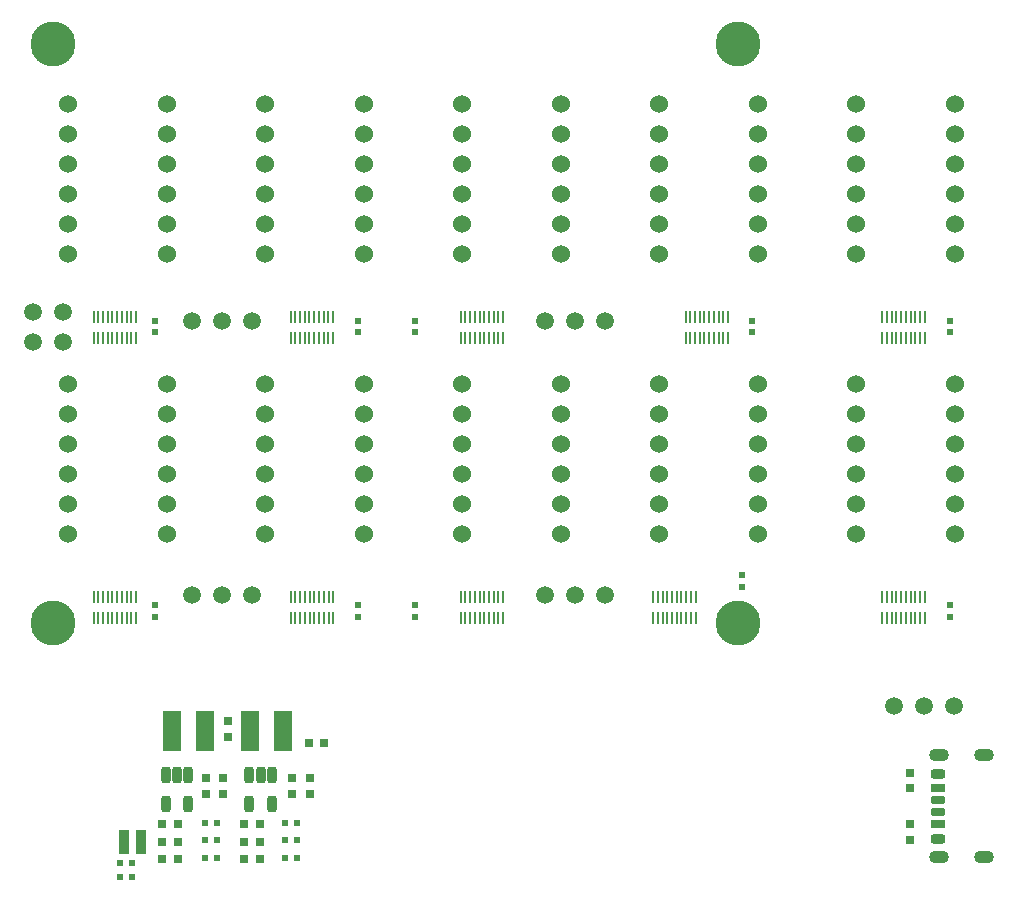
<source format=gbr>
%TF.GenerationSoftware,KiCad,Pcbnew,8.0.1*%
%TF.CreationDate,2025-04-10T18:27:20+05:30*%
%TF.ProjectId,GPIO HAT 2,4750494f-2048-4415-9420-322e6b696361,rev?*%
%TF.SameCoordinates,Original*%
%TF.FileFunction,Soldermask,Top*%
%TF.FilePolarity,Negative*%
%FSLAX46Y46*%
G04 Gerber Fmt 4.6, Leading zero omitted, Abs format (unit mm)*
G04 Created by KiCad (PCBNEW 8.0.1) date 2025-04-10 18:27:20*
%MOMM*%
%LPD*%
G01*
G04 APERTURE LIST*
G04 Aperture macros list*
%AMRoundRect*
0 Rectangle with rounded corners*
0 $1 Rounding radius*
0 $2 $3 $4 $5 $6 $7 $8 $9 X,Y pos of 4 corners*
0 Add a 4 corners polygon primitive as box body*
4,1,4,$2,$3,$4,$5,$6,$7,$8,$9,$2,$3,0*
0 Add four circle primitives for the rounded corners*
1,1,$1+$1,$2,$3*
1,1,$1+$1,$4,$5*
1,1,$1+$1,$6,$7*
1,1,$1+$1,$8,$9*
0 Add four rect primitives between the rounded corners*
20,1,$1+$1,$2,$3,$4,$5,0*
20,1,$1+$1,$4,$5,$6,$7,0*
20,1,$1+$1,$6,$7,$8,$9,0*
20,1,$1+$1,$8,$9,$2,$3,0*%
G04 Aperture macros list end*
%ADD10C,0.010000*%
%ADD11R,0.600000X0.500000*%
%ADD12R,0.762000X0.762000*%
%ADD13R,0.500000X0.600000*%
%ADD14R,0.200000X1.000000*%
%ADD15C,1.524000*%
%ADD16C,1.500000*%
%ADD17C,3.810000*%
%ADD18R,1.600000X3.499990*%
%ADD19RoundRect,0.198500X-0.198500X0.508500X-0.198500X-0.508500X0.198500X-0.508500X0.198500X0.508500X0*%
%ADD20RoundRect,0.175000X0.425000X-0.175000X0.425000X0.175000X-0.425000X0.175000X-0.425000X-0.175000X0*%
%ADD21RoundRect,0.190000X-0.410000X0.190000X-0.410000X-0.190000X0.410000X-0.190000X0.410000X0.190000X0*%
%ADD22RoundRect,0.200000X-0.400000X0.200000X-0.400000X-0.200000X0.400000X-0.200000X0.400000X0.200000X0*%
%ADD23RoundRect,0.175000X-0.425000X0.175000X-0.425000X-0.175000X0.425000X-0.175000X0.425000X0.175000X0*%
%ADD24RoundRect,0.190000X0.410000X-0.190000X0.410000X0.190000X-0.410000X0.190000X-0.410000X-0.190000X0*%
%ADD25RoundRect,0.200000X0.400000X-0.200000X0.400000X0.200000X-0.400000X0.200000X-0.400000X-0.200000X0*%
%ADD26O,1.700000X1.100000*%
G04 APERTURE END LIST*
D10*
%TO.C,U13*%
X165679100Y-132164900D02*
X164919100Y-132164900D01*
X164919100Y-131744900D01*
X165679100Y-131744900D01*
X165679100Y-132164900D01*
G36*
X165679100Y-132164900D02*
G01*
X164919100Y-132164900D01*
X164919100Y-131744900D01*
X165679100Y-131744900D01*
X165679100Y-132164900D01*
G37*
X165679100Y-132664900D02*
X164919100Y-132664900D01*
X164919100Y-132244900D01*
X165679100Y-132244900D01*
X165679100Y-132664900D01*
G36*
X165679100Y-132664900D02*
G01*
X164919100Y-132664900D01*
X164919100Y-132244900D01*
X165679100Y-132244900D01*
X165679100Y-132664900D01*
G37*
X165679100Y-133164900D02*
X164919100Y-133164900D01*
X164919100Y-132744900D01*
X165679100Y-132744900D01*
X165679100Y-133164900D01*
G36*
X165679100Y-133164900D02*
G01*
X164919100Y-133164900D01*
X164919100Y-132744900D01*
X165679100Y-132744900D01*
X165679100Y-133164900D01*
G37*
X165679100Y-133664900D02*
X164919100Y-133664900D01*
X164919100Y-133244900D01*
X165679100Y-133244900D01*
X165679100Y-133664900D01*
G36*
X165679100Y-133664900D02*
G01*
X164919100Y-133664900D01*
X164919100Y-133244900D01*
X165679100Y-133244900D01*
X165679100Y-133664900D01*
G37*
X167149100Y-132164900D02*
X166389100Y-132164900D01*
X166389100Y-131744900D01*
X167149100Y-131744900D01*
X167149100Y-132164900D01*
G36*
X167149100Y-132164900D02*
G01*
X166389100Y-132164900D01*
X166389100Y-131744900D01*
X167149100Y-131744900D01*
X167149100Y-132164900D01*
G37*
X167149100Y-132664900D02*
X166389100Y-132664900D01*
X166389100Y-132244900D01*
X167149100Y-132244900D01*
X167149100Y-132664900D01*
G36*
X167149100Y-132664900D02*
G01*
X166389100Y-132664900D01*
X166389100Y-132244900D01*
X167149100Y-132244900D01*
X167149100Y-132664900D01*
G37*
X167149100Y-133164900D02*
X166389100Y-133164900D01*
X166389100Y-132744900D01*
X167149100Y-132744900D01*
X167149100Y-133164900D01*
G36*
X167149100Y-133164900D02*
G01*
X166389100Y-133164900D01*
X166389100Y-132744900D01*
X167149100Y-132744900D01*
X167149100Y-133164900D01*
G37*
X167149100Y-133664900D02*
X166389100Y-133664900D01*
X166389100Y-133244900D01*
X167149100Y-133244900D01*
X167149100Y-133664900D01*
G36*
X167149100Y-133664900D02*
G01*
X166389100Y-133664900D01*
X166389100Y-133244900D01*
X167149100Y-133244900D01*
X167149100Y-133664900D01*
G37*
%TD*%
D11*
%TO.C,R17*%
X235313800Y-112674400D03*
X235313800Y-113674400D03*
%TD*%
D12*
%TO.C,C6*%
X172282240Y-127308200D03*
X172282240Y-128642210D03*
%TD*%
D13*
%TO.C,R7*%
X179029240Y-134077810D03*
X180029240Y-134077810D03*
%TD*%
%TO.C,R4*%
X165043500Y-134533700D03*
X166043500Y-134533700D03*
%TD*%
D14*
%TO.C,U2*%
X183079800Y-88293800D03*
X182679800Y-88293800D03*
X182279800Y-88293800D03*
X181879800Y-88293800D03*
X181479800Y-88293800D03*
X181079800Y-88293800D03*
X180679800Y-88293800D03*
X180279800Y-88293800D03*
X179879800Y-88293800D03*
X179479800Y-88293800D03*
X179479800Y-90093800D03*
X179879800Y-90093800D03*
X180279800Y-90093800D03*
X180679800Y-90093800D03*
X181079800Y-90093800D03*
X181479800Y-90093800D03*
X181879800Y-90093800D03*
X182279800Y-90093800D03*
X182679800Y-90093800D03*
X183079800Y-90093800D03*
%TD*%
D13*
%TO.C,R1*%
X173262800Y-132588000D03*
X172262800Y-132588000D03*
%TD*%
D12*
%TO.C,C9*%
X231937173Y-131231865D03*
X231937173Y-132565875D03*
%TD*%
D14*
%TO.C,U9*%
X213779000Y-111966600D03*
X213379000Y-111966600D03*
X212979000Y-111966600D03*
X212579000Y-111966600D03*
X212179000Y-111966600D03*
X211779000Y-111966600D03*
X211379000Y-111966600D03*
X210979000Y-111966600D03*
X210579000Y-111966600D03*
X210179000Y-111966600D03*
X210179000Y-113766600D03*
X210579000Y-113766600D03*
X210979000Y-113766600D03*
X211379000Y-113766600D03*
X211779000Y-113766600D03*
X212179000Y-113766600D03*
X212579000Y-113766600D03*
X212979000Y-113766600D03*
X213379000Y-113766600D03*
X213779000Y-113766600D03*
%TD*%
D13*
%TO.C,C10*%
X166043500Y-135693500D03*
X165043500Y-135693500D03*
%TD*%
D15*
%TO.C,J17*%
X227380304Y-70256400D03*
X227380304Y-72796400D03*
X227380304Y-75336400D03*
X227380304Y-77876400D03*
X227380304Y-80416400D03*
X227380304Y-82956400D03*
%TD*%
D11*
%TO.C,R14*%
X185178700Y-89585800D03*
X185178700Y-88585800D03*
%TD*%
D16*
%TO.C,JM1*%
X171094400Y-88595200D03*
X173634400Y-88595200D03*
X176174400Y-88595200D03*
%TD*%
D15*
%TO.C,J7*%
X177325376Y-70256400D03*
X177325376Y-72796400D03*
X177325376Y-75336400D03*
X177325376Y-77876400D03*
X177325376Y-80416400D03*
X177325376Y-82956400D03*
%TD*%
%TO.C,J1*%
X160640400Y-93929200D03*
X160640400Y-96469200D03*
X160640400Y-99009200D03*
X160640400Y-101549200D03*
X160640400Y-104089200D03*
X160640400Y-106629200D03*
%TD*%
D12*
%TO.C,C18*%
X181011110Y-124309385D03*
X182345120Y-124309385D03*
%TD*%
%TO.C,C17*%
X179625350Y-127308200D03*
X179625350Y-128642210D03*
%TD*%
%TO.C,C3*%
X168596910Y-131197570D03*
X169930920Y-131197570D03*
%TD*%
D15*
%TO.C,J19*%
X227380304Y-93929200D03*
X227380304Y-96469200D03*
X227380304Y-99009200D03*
X227380304Y-101549200D03*
X227380304Y-104089200D03*
X227380304Y-106629200D03*
%TD*%
D14*
%TO.C,U8*%
X197478400Y-111966600D03*
X197078400Y-111966600D03*
X196678400Y-111966600D03*
X196278400Y-111966600D03*
X195878400Y-111966600D03*
X195478400Y-111966600D03*
X195078400Y-111966600D03*
X194678400Y-111966600D03*
X194278400Y-111966600D03*
X193878400Y-111966600D03*
X193878400Y-113766600D03*
X194278400Y-113766600D03*
X194678400Y-113766600D03*
X195078400Y-113766600D03*
X195478400Y-113766600D03*
X195878400Y-113766600D03*
X196278400Y-113766600D03*
X196678400Y-113766600D03*
X197078400Y-113766600D03*
X197478400Y-113766600D03*
%TD*%
D11*
%TO.C,R8*%
X167970200Y-112674400D03*
X167970200Y-113674400D03*
%TD*%
D13*
%TO.C,C4*%
X173262800Y-131165600D03*
X172262800Y-131165600D03*
%TD*%
D17*
%TO.C,REF\u002A\u002A*%
X217347800Y-65176400D03*
%TD*%
%TO.C,REF\u002A\u002A*%
X159385000Y-114198400D03*
%TD*%
D15*
%TO.C,J14*%
X219037816Y-70256400D03*
X219037816Y-72796400D03*
X219037816Y-75336400D03*
X219037816Y-77876400D03*
X219037816Y-80416400D03*
X219037816Y-82956400D03*
%TD*%
D14*
%TO.C,U5*%
X233176400Y-88293800D03*
X232776400Y-88293800D03*
X232376400Y-88293800D03*
X231976400Y-88293800D03*
X231576400Y-88293800D03*
X231176400Y-88293800D03*
X230776400Y-88293800D03*
X230376400Y-88293800D03*
X229976400Y-88293800D03*
X229576400Y-88293800D03*
X229576400Y-90093800D03*
X229976400Y-90093800D03*
X230376400Y-90093800D03*
X230776400Y-90093800D03*
X231176400Y-90093800D03*
X231576400Y-90093800D03*
X231976400Y-90093800D03*
X232376400Y-90093800D03*
X232776400Y-90093800D03*
X233176400Y-90093800D03*
%TD*%
D15*
%TO.C,J4*%
X168982888Y-70256400D03*
X168982888Y-72796400D03*
X168982888Y-75336400D03*
X168982888Y-77876400D03*
X168982888Y-80416400D03*
X168982888Y-82956400D03*
%TD*%
D13*
%TO.C,C15*%
X180029240Y-131165600D03*
X179029240Y-131165600D03*
%TD*%
D11*
%TO.C,R16*%
X235313800Y-89585800D03*
X235313800Y-88585800D03*
%TD*%
D15*
%TO.C,J11*%
X194010352Y-70256400D03*
X194010352Y-72796400D03*
X194010352Y-75336400D03*
X194010352Y-77876400D03*
X194010352Y-80416400D03*
X194010352Y-82956400D03*
%TD*%
D11*
%TO.C,R12*%
X218516200Y-89585800D03*
X218516200Y-88585800D03*
%TD*%
D17*
%TO.C,REF\u002A\u002A*%
X217347800Y-114198400D03*
%TD*%
D12*
%TO.C,C1*%
X168596910Y-134194685D03*
X169930920Y-134194685D03*
%TD*%
D15*
%TO.C,J18*%
X235722800Y-70256400D03*
X235722800Y-72796400D03*
X235722800Y-75336400D03*
X235722800Y-77876400D03*
X235722800Y-80416400D03*
X235722800Y-82956400D03*
%TD*%
D12*
%TO.C,C8*%
X231913353Y-128202310D03*
X231913353Y-126868300D03*
%TD*%
D18*
%TO.C,L1*%
X169434440Y-123366015D03*
X172234440Y-123366015D03*
%TD*%
D16*
%TO.C,J24*%
X157683200Y-87833200D03*
X160223200Y-87833200D03*
X157683200Y-90373200D03*
X160223200Y-90373200D03*
%TD*%
D12*
%TO.C,C5*%
X173780840Y-127309985D03*
X173780840Y-128643995D03*
%TD*%
D14*
%TO.C,U3*%
X197478400Y-88293800D03*
X197078400Y-88293800D03*
X196678400Y-88293800D03*
X196278400Y-88293800D03*
X195878400Y-88293800D03*
X195478400Y-88293800D03*
X195078400Y-88293800D03*
X194678400Y-88293800D03*
X194278400Y-88293800D03*
X193878400Y-88293800D03*
X193878400Y-90093800D03*
X194278400Y-90093800D03*
X194678400Y-90093800D03*
X195078400Y-90093800D03*
X195478400Y-90093800D03*
X195878400Y-90093800D03*
X196278400Y-90093800D03*
X196678400Y-90093800D03*
X197078400Y-90093800D03*
X197478400Y-90093800D03*
%TD*%
D12*
%TO.C,C16*%
X181113910Y-127309985D03*
X181113910Y-128643995D03*
%TD*%
D13*
%TO.C,R2*%
X172262800Y-134077810D03*
X173262800Y-134077810D03*
%TD*%
D19*
%TO.C,U11*%
X170799160Y-127037595D03*
X169849160Y-127037595D03*
X168899160Y-127037595D03*
X168899160Y-129547595D03*
X170799160Y-129547595D03*
%TD*%
D12*
%TO.C,C13*%
X175524930Y-132697955D03*
X176858940Y-132697955D03*
%TD*%
D14*
%TO.C,U10*%
X233176400Y-111966600D03*
X232776400Y-111966600D03*
X232376400Y-111966600D03*
X231976400Y-111966600D03*
X231576400Y-111966600D03*
X231176400Y-111966600D03*
X230776400Y-111966600D03*
X230376400Y-111966600D03*
X229976400Y-111966600D03*
X229576400Y-111966600D03*
X229576400Y-113766600D03*
X229976400Y-113766600D03*
X230376400Y-113766600D03*
X230776400Y-113766600D03*
X231176400Y-113766600D03*
X231576400Y-113766600D03*
X231976400Y-113766600D03*
X232376400Y-113766600D03*
X232776400Y-113766600D03*
X233176400Y-113766600D03*
%TD*%
%TO.C,U4*%
X216522200Y-88293800D03*
X216122200Y-88293800D03*
X215722200Y-88293800D03*
X215322200Y-88293800D03*
X214922200Y-88293800D03*
X214522200Y-88293800D03*
X214122200Y-88293800D03*
X213722200Y-88293800D03*
X213322200Y-88293800D03*
X212922200Y-88293800D03*
X212922200Y-90093800D03*
X213322200Y-90093800D03*
X213722200Y-90093800D03*
X214122200Y-90093800D03*
X214522200Y-90093800D03*
X214922200Y-90093800D03*
X215322200Y-90093800D03*
X215722200Y-90093800D03*
X216122200Y-90093800D03*
X216522200Y-90093800D03*
%TD*%
D16*
%TO.C,JM5*%
X230555800Y-121234200D03*
X233095800Y-121234200D03*
X235635800Y-121234200D03*
%TD*%
D15*
%TO.C,J10*%
X202352840Y-93929200D03*
X202352840Y-96469200D03*
X202352840Y-99009200D03*
X202352840Y-101549200D03*
X202352840Y-104089200D03*
X202352840Y-106629200D03*
%TD*%
%TO.C,J6*%
X185667864Y-93929200D03*
X185667864Y-96469200D03*
X185667864Y-99009200D03*
X185667864Y-101549200D03*
X185667864Y-104089200D03*
X185667864Y-106629200D03*
%TD*%
%TO.C,J20*%
X235722800Y-93929200D03*
X235722800Y-96469200D03*
X235722800Y-99009200D03*
X235722800Y-101549200D03*
X235722800Y-104089200D03*
X235722800Y-106629200D03*
%TD*%
D11*
%TO.C,R15*%
X190042800Y-112674400D03*
X190042800Y-113674400D03*
%TD*%
D17*
%TO.C,REF\u002A\u002A*%
X159385000Y-65176400D03*
%TD*%
D11*
%TO.C,R9*%
X167970200Y-89585800D03*
X167970200Y-88585800D03*
%TD*%
D15*
%TO.C,J8*%
X185667864Y-70256400D03*
X185667864Y-72796400D03*
X185667864Y-75336400D03*
X185667864Y-77876400D03*
X185667864Y-80416400D03*
X185667864Y-82956400D03*
%TD*%
D11*
%TO.C,R11*%
X190042800Y-89585800D03*
X190042800Y-88585800D03*
%TD*%
%TO.C,R10*%
X185178700Y-112674400D03*
X185178700Y-113674400D03*
%TD*%
D16*
%TO.C,JM3*%
X171094400Y-111836200D03*
X173634400Y-111836200D03*
X176174400Y-111836200D03*
%TD*%
D14*
%TO.C,U1*%
X166402800Y-88293800D03*
X166002800Y-88293800D03*
X165602800Y-88293800D03*
X165202800Y-88293800D03*
X164802800Y-88293800D03*
X164402800Y-88293800D03*
X164002800Y-88293800D03*
X163602800Y-88293800D03*
X163202800Y-88293800D03*
X162802800Y-88293800D03*
X162802800Y-90093800D03*
X163202800Y-90093800D03*
X163602800Y-90093800D03*
X164002800Y-90093800D03*
X164402800Y-90093800D03*
X164802800Y-90093800D03*
X165202800Y-90093800D03*
X165602800Y-90093800D03*
X166002800Y-90093800D03*
X166402800Y-90093800D03*
%TD*%
D15*
%TO.C,J13*%
X210695328Y-70256400D03*
X210695328Y-72796400D03*
X210695328Y-75336400D03*
X210695328Y-77876400D03*
X210695328Y-80416400D03*
X210695328Y-82956400D03*
%TD*%
%TO.C,J16*%
X219037816Y-93929200D03*
X219037816Y-96469200D03*
X219037816Y-99009200D03*
X219037816Y-101549200D03*
X219037816Y-104089200D03*
X219037816Y-106629200D03*
%TD*%
%TO.C,J2*%
X168982888Y-93929200D03*
X168982888Y-96469200D03*
X168982888Y-99009200D03*
X168982888Y-101549200D03*
X168982888Y-104089200D03*
X168982888Y-106629200D03*
%TD*%
D20*
%TO.C,J23*%
X234279600Y-130198400D03*
D21*
X234279600Y-128178400D03*
D22*
X234279600Y-126948400D03*
D23*
X234279600Y-129198400D03*
D24*
X234279600Y-131218400D03*
D25*
X234279600Y-132448400D03*
D26*
X234359600Y-134018400D03*
X238159600Y-134018400D03*
X234359600Y-125378400D03*
X238159600Y-125378400D03*
%TD*%
D13*
%TO.C,R6*%
X180029240Y-132588000D03*
X179029240Y-132588000D03*
%TD*%
D11*
%TO.C,R13*%
X217678000Y-110134400D03*
X217678000Y-111134400D03*
%TD*%
D15*
%TO.C,J3*%
X160640400Y-70256400D03*
X160640400Y-72796400D03*
X160640400Y-75336400D03*
X160640400Y-77876400D03*
X160640400Y-80416400D03*
X160640400Y-82956400D03*
%TD*%
D19*
%TO.C,U12*%
X177886400Y-127037595D03*
X176936400Y-127037595D03*
X175986400Y-127037595D03*
X175986400Y-129547595D03*
X177886400Y-129547595D03*
%TD*%
D14*
%TO.C,U7*%
X183096200Y-111966600D03*
X182696200Y-111966600D03*
X182296200Y-111966600D03*
X181896200Y-111966600D03*
X181496200Y-111966600D03*
X181096200Y-111966600D03*
X180696200Y-111966600D03*
X180296200Y-111966600D03*
X179896200Y-111966600D03*
X179496200Y-111966600D03*
X179496200Y-113766600D03*
X179896200Y-113766600D03*
X180296200Y-113766600D03*
X180696200Y-113766600D03*
X181096200Y-113766600D03*
X181496200Y-113766600D03*
X181896200Y-113766600D03*
X182296200Y-113766600D03*
X182696200Y-113766600D03*
X183096200Y-113766600D03*
%TD*%
D12*
%TO.C,C12*%
X175524930Y-134194685D03*
X176858940Y-134194685D03*
%TD*%
D15*
%TO.C,J9*%
X194010352Y-93929200D03*
X194010352Y-96469200D03*
X194010352Y-99009200D03*
X194010352Y-101549200D03*
X194010352Y-104089200D03*
X194010352Y-106629200D03*
%TD*%
D18*
%TO.C,L2*%
X176044400Y-123367800D03*
X178844400Y-123367800D03*
%TD*%
D15*
%TO.C,J15*%
X210695328Y-93929200D03*
X210695328Y-96469200D03*
X210695328Y-99009200D03*
X210695328Y-101549200D03*
X210695328Y-104089200D03*
X210695328Y-106629200D03*
%TD*%
D12*
%TO.C,C7*%
X174167160Y-123808285D03*
X174167160Y-122474275D03*
%TD*%
D15*
%TO.C,J5*%
X177325376Y-93929200D03*
X177325376Y-96469200D03*
X177325376Y-99009200D03*
X177325376Y-101549200D03*
X177325376Y-104089200D03*
X177325376Y-106629200D03*
%TD*%
D14*
%TO.C,U6*%
X166402800Y-111966600D03*
X166002800Y-111966600D03*
X165602800Y-111966600D03*
X165202800Y-111966600D03*
X164802800Y-111966600D03*
X164402800Y-111966600D03*
X164002800Y-111966600D03*
X163602800Y-111966600D03*
X163202800Y-111966600D03*
X162802800Y-111966600D03*
X162802800Y-113766600D03*
X163202800Y-113766600D03*
X163602800Y-113766600D03*
X164002800Y-113766600D03*
X164402800Y-113766600D03*
X164802800Y-113766600D03*
X165202800Y-113766600D03*
X165602800Y-113766600D03*
X166002800Y-113766600D03*
X166402800Y-113766600D03*
%TD*%
D12*
%TO.C,C2*%
X168596910Y-132697955D03*
X169930920Y-132697955D03*
%TD*%
%TO.C,C14*%
X175524930Y-131197570D03*
X176858940Y-131197570D03*
%TD*%
D16*
%TO.C,JM4*%
X201015600Y-111836200D03*
X203555600Y-111836200D03*
X206095600Y-111836200D03*
%TD*%
%TO.C,JM2*%
X201015600Y-88595200D03*
X203555600Y-88595200D03*
X206095600Y-88595200D03*
%TD*%
D15*
%TO.C,J12*%
X202352840Y-70256400D03*
X202352840Y-72796400D03*
X202352840Y-75336400D03*
X202352840Y-77876400D03*
X202352840Y-80416400D03*
X202352840Y-82956400D03*
%TD*%
M02*

</source>
